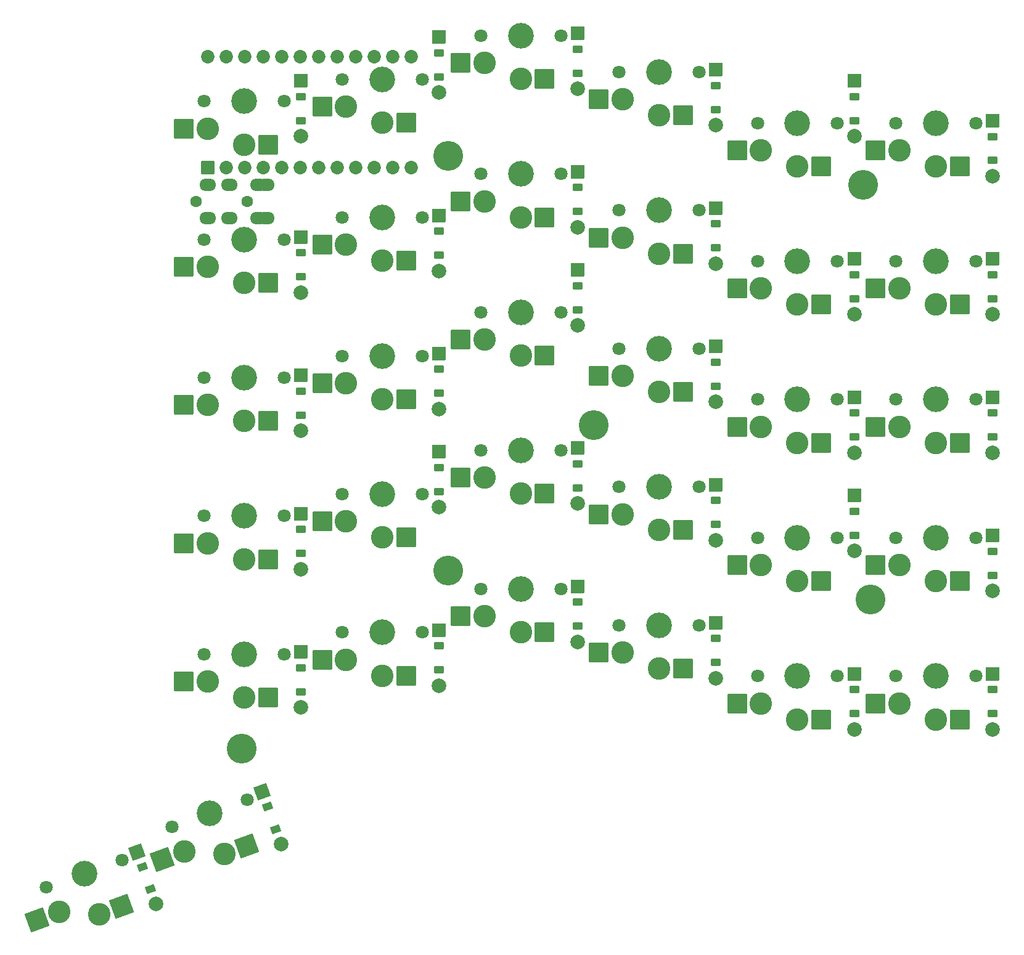
<source format=gbs>
%TF.GenerationSoftware,KiCad,Pcbnew,9.0.6*%
%TF.CreationDate,2025-11-12T17:31:49+01:00*%
%TF.ProjectId,right_finished,72696768-745f-4666-996e-69736865642e,1*%
%TF.SameCoordinates,Original*%
%TF.FileFunction,Soldermask,Bot*%
%TF.FilePolarity,Negative*%
%FSLAX46Y46*%
G04 Gerber Fmt 4.6, Leading zero omitted, Abs format (unit mm)*
G04 Created by KiCad (PCBNEW 9.0.6) date 2025-11-12 17:31:49*
%MOMM*%
%LPD*%
G01*
G04 APERTURE LIST*
G04 Aperture macros list*
%AMRoundRect*
0 Rectangle with rounded corners*
0 $1 Rounding radius*
0 $2 $3 $4 $5 $6 $7 $8 $9 X,Y pos of 4 corners*
0 Add a 4 corners polygon primitive as box body*
4,1,4,$2,$3,$4,$5,$6,$7,$8,$9,$2,$3,0*
0 Add four circle primitives for the rounded corners*
1,1,$1+$1,$2,$3*
1,1,$1+$1,$4,$5*
1,1,$1+$1,$6,$7*
1,1,$1+$1,$8,$9*
0 Add four rect primitives between the rounded corners*
20,1,$1+$1,$2,$3,$4,$5,0*
20,1,$1+$1,$4,$5,$6,$7,0*
20,1,$1+$1,$6,$7,$8,$9,0*
20,1,$1+$1,$8,$9,$2,$3,0*%
G04 Aperture macros list end*
%ADD10C,4.100000*%
%ADD11RoundRect,0.050000X-0.889000X0.889000X-0.889000X-0.889000X0.889000X-0.889000X0.889000X0.889000X0*%
%ADD12RoundRect,0.050000X-0.600000X0.450000X-0.600000X-0.450000X0.600000X-0.450000X0.600000X0.450000X0*%
%ADD13C,2.005000*%
%ADD14C,1.801800*%
%ADD15C,3.100000*%
%ADD16C,3.529000*%
%ADD17RoundRect,0.050000X1.300000X1.300000X-1.300000X1.300000X-1.300000X-1.300000X1.300000X-1.300000X0*%
%ADD18RoundRect,0.050000X-0.876300X-0.876300X0.876300X-0.876300X0.876300X0.876300X-0.876300X0.876300X0*%
%ADD19C,1.852600*%
%ADD20RoundRect,0.050000X0.776974X1.666227X-1.666227X0.776974X-0.776974X-1.666227X1.666227X-0.776974X0*%
%ADD21RoundRect,0.050000X-1.139443X0.531331X-0.531331X-1.139443X1.139443X-0.531331X0.531331X1.139443X0*%
%ADD22RoundRect,0.050000X-0.717725X0.217650X-0.409907X-0.628074X0.717725X-0.217650X0.409907X0.628074X0*%
%ADD23C,1.600000*%
%ADD24O,2.300000X1.700000*%
G04 APERTURE END LIST*
D10*
%TO.C,*%
X196225000Y-162050000D03*
%TD*%
D11*
%TO.C,D11*%
X233025000Y-131240000D03*
D12*
X233025000Y-133400000D03*
X233025000Y-136700000D03*
D13*
X233025000Y-138860000D03*
%TD*%
D11*
%TO.C,D29*%
X195025000Y-88740000D03*
D12*
X195025000Y-90900000D03*
X195025000Y-94200000D03*
D13*
X195025000Y-96360000D03*
%TD*%
D14*
%TO.C,S27*%
X173725000Y-154550000D03*
D15*
X168225000Y-160500000D03*
D16*
X168225000Y-154550000D03*
D15*
X163225000Y-158300000D03*
D14*
X162725000Y-154550000D03*
D17*
X171500000Y-160500000D03*
X159950000Y-158300000D03*
%TD*%
D11*
%TO.C,D25*%
X252025000Y-151740000D03*
D12*
X252025000Y-153900000D03*
X252025000Y-157200000D03*
D13*
X252025000Y-159360000D03*
%TD*%
D11*
%TO.C,D7*%
X252025000Y-138240000D03*
D12*
X252025000Y-140400000D03*
X252025000Y-143700000D03*
D13*
X252025000Y-145860000D03*
%TD*%
D14*
%TO.C,S10*%
X249725000Y-100550000D03*
D15*
X244225000Y-106500000D03*
D16*
X244225000Y-100550000D03*
D15*
X239225000Y-104300000D03*
D14*
X238725000Y-100550000D03*
D17*
X247500000Y-106500000D03*
X235950000Y-104300000D03*
%TD*%
D11*
%TO.C,D14*%
X214025000Y-164240000D03*
D12*
X214025000Y-166400000D03*
X214025000Y-169700000D03*
D13*
X214025000Y-171860000D03*
%TD*%
D11*
%TO.C,D6*%
X252025000Y-176240000D03*
D12*
X252025000Y-178400000D03*
X252025000Y-181700000D03*
D13*
X252025000Y-183860000D03*
%TD*%
D10*
%TO.C,*%
X167915050Y-186547545D03*
%TD*%
D14*
%TO.C,S21*%
X192725000Y-170550000D03*
D15*
X187225000Y-176500000D03*
D16*
X187225000Y-170550000D03*
D15*
X182225000Y-174300000D03*
D14*
X181725000Y-170550000D03*
D17*
X190500000Y-176500000D03*
X178950000Y-174300000D03*
%TD*%
D11*
%TO.C,D28*%
X195025000Y-145740000D03*
D12*
X195025000Y-147900000D03*
X195025000Y-151200000D03*
D13*
X195025000Y-153360000D03*
%TD*%
D14*
%TO.C,S28*%
X173725000Y-135550000D03*
D15*
X168225000Y-141500000D03*
D16*
X168225000Y-135550000D03*
D15*
X163225000Y-139300000D03*
D14*
X162725000Y-135550000D03*
D17*
X171500000Y-141500000D03*
X159950000Y-139300000D03*
%TD*%
D11*
%TO.C,D21*%
X176025000Y-173240000D03*
D12*
X176025000Y-175400000D03*
X176025000Y-178700000D03*
D13*
X176025000Y-180860000D03*
%TD*%
D18*
%TO.C,MCU1*%
X163255000Y-106670000D03*
D19*
X165795000Y-106670000D03*
X168335000Y-106670000D03*
X170875000Y-106670000D03*
X173415000Y-106670000D03*
X175955000Y-106670000D03*
X178495000Y-106670000D03*
X181035000Y-106670000D03*
X183575000Y-106670000D03*
X186115000Y-106670000D03*
X188655000Y-106670000D03*
X191195000Y-106670000D03*
X163255000Y-91430000D03*
X165795000Y-91430000D03*
X168335000Y-91430000D03*
X170875000Y-91430000D03*
X173415000Y-91430000D03*
X175955000Y-91430000D03*
X178495000Y-91430000D03*
X181035000Y-91430000D03*
X183575000Y-91430000D03*
X186115000Y-91430000D03*
X188655000Y-91430000D03*
X191195000Y-91430000D03*
%TD*%
D14*
%TO.C,S13*%
X230725000Y-131550000D03*
D15*
X225225000Y-137500000D03*
D16*
X225225000Y-131550000D03*
D15*
X220225000Y-135300000D03*
D14*
X219725000Y-131550000D03*
D17*
X228500000Y-137500000D03*
X216950000Y-135300000D03*
%TD*%
D14*
%TO.C,S5*%
X268725000Y-100550000D03*
D15*
X263225000Y-106500000D03*
D16*
X263225000Y-100550000D03*
D15*
X258225000Y-104300000D03*
D14*
X257725000Y-100550000D03*
D17*
X266500000Y-106500000D03*
X254950000Y-104300000D03*
%TD*%
D14*
%TO.C,S19*%
X211725000Y-107550000D03*
D15*
X206225000Y-113500000D03*
D16*
X206225000Y-107550000D03*
D15*
X201225000Y-111300000D03*
D14*
X200725000Y-107550000D03*
D17*
X209500000Y-113500000D03*
X197950000Y-111300000D03*
%TD*%
D14*
%TO.C,S17*%
X211725000Y-145550000D03*
D15*
X206225000Y-151500000D03*
D16*
X206225000Y-145550000D03*
D15*
X201225000Y-149300000D03*
D14*
X200725000Y-145550000D03*
D17*
X209500000Y-151500000D03*
X197950000Y-149300000D03*
%TD*%
D14*
%TO.C,S6*%
X249725000Y-176550000D03*
D15*
X244225000Y-182500000D03*
D16*
X244225000Y-176550000D03*
D15*
X239225000Y-180300000D03*
D14*
X238725000Y-176550000D03*
D17*
X247500000Y-182500000D03*
X235950000Y-180300000D03*
%TD*%
D11*
%TO.C,D1*%
X271025000Y-176240000D03*
D12*
X271025000Y-178400000D03*
X271025000Y-181700000D03*
D13*
X271025000Y-183860000D03*
%TD*%
D14*
%TO.C,S26*%
X173725000Y-173550000D03*
D15*
X168225000Y-179500000D03*
D16*
X168225000Y-173550000D03*
D15*
X163225000Y-177300000D03*
D14*
X162725000Y-173550000D03*
D17*
X171500000Y-179500000D03*
X159950000Y-177300000D03*
%TD*%
D11*
%TO.C,D17*%
X214025000Y-88240000D03*
D12*
X214025000Y-90400000D03*
X214025000Y-93700000D03*
D13*
X214025000Y-95860000D03*
%TD*%
D14*
%TO.C,S8*%
X249725000Y-138550000D03*
D15*
X244225000Y-144500000D03*
D16*
X244225000Y-138550000D03*
D15*
X239225000Y-142300000D03*
D14*
X238725000Y-138550000D03*
D17*
X247500000Y-144500000D03*
X235950000Y-142300000D03*
%TD*%
D10*
%TO.C,*%
X253225000Y-109050000D03*
%TD*%
D14*
%TO.C,S18*%
X211725000Y-126550000D03*
D15*
X206225000Y-132500000D03*
D16*
X206225000Y-126550000D03*
D15*
X201225000Y-130300000D03*
D14*
X200725000Y-126550000D03*
D17*
X209500000Y-132500000D03*
X197950000Y-130300000D03*
%TD*%
D14*
%TO.C,S22*%
X192725000Y-151550000D03*
D15*
X187225000Y-157500000D03*
D16*
X187225000Y-151550000D03*
D15*
X182225000Y-155300000D03*
D14*
X181725000Y-151550000D03*
D17*
X190500000Y-157500000D03*
X178950000Y-155300000D03*
%TD*%
D11*
%TO.C,D22*%
X176025000Y-154240000D03*
D12*
X176025000Y-156400000D03*
X176025000Y-159700000D03*
D13*
X176025000Y-161860000D03*
%TD*%
D14*
%TO.C,S1*%
X268725000Y-176550000D03*
D15*
X263225000Y-182500000D03*
D16*
X263225000Y-176550000D03*
D15*
X258225000Y-180300000D03*
D14*
X257725000Y-176550000D03*
D17*
X266500000Y-182500000D03*
X254950000Y-180300000D03*
%TD*%
D14*
%TO.C,S4*%
X268725000Y-119550000D03*
D15*
X263225000Y-125500000D03*
D16*
X263225000Y-119550000D03*
D15*
X258225000Y-123300000D03*
D14*
X257725000Y-119550000D03*
D17*
X266500000Y-125500000D03*
X254950000Y-123300000D03*
%TD*%
D14*
%TO.C,S31*%
X168643309Y-193518889D03*
D15*
X165510020Y-200991171D03*
D16*
X163475000Y-195400000D03*
D15*
X160059112Y-200633948D03*
D14*
X158306691Y-197281111D03*
D20*
X168587513Y-199871055D03*
X156981619Y-201754064D03*
%TD*%
D14*
%TO.C,S14*%
X230725000Y-112550000D03*
D15*
X225225000Y-118500000D03*
D16*
X225225000Y-112550000D03*
D15*
X220225000Y-116300000D03*
D14*
X219725000Y-112550000D03*
D17*
X228500000Y-118500000D03*
X216950000Y-116300000D03*
%TD*%
D11*
%TO.C,D23*%
X176025000Y-135240000D03*
D12*
X176025000Y-137400000D03*
X176025000Y-140700000D03*
D13*
X176025000Y-142860000D03*
%TD*%
D11*
%TO.C,D16*%
X214025000Y-107240000D03*
D12*
X214025000Y-109400000D03*
X214025000Y-112700000D03*
D13*
X214025000Y-114860000D03*
%TD*%
D21*
%TO.C,D31*%
X170698576Y-192440938D03*
D22*
X171437340Y-194470674D03*
X172566006Y-197571660D03*
D13*
X173304770Y-199601396D03*
%TD*%
D11*
%TO.C,D18*%
X195025000Y-170240000D03*
D12*
X195025000Y-172400000D03*
X195025000Y-175700000D03*
D13*
X195025000Y-177860000D03*
%TD*%
D11*
%TO.C,D3*%
X271025000Y-138240000D03*
D12*
X271025000Y-140400000D03*
X271025000Y-143700000D03*
D13*
X271025000Y-145860000D03*
%TD*%
D14*
%TO.C,S7*%
X249725000Y-157550000D03*
D15*
X244225000Y-163500000D03*
D16*
X244225000Y-157550000D03*
D15*
X239225000Y-161300000D03*
D14*
X238725000Y-157550000D03*
D17*
X247500000Y-163500000D03*
X235950000Y-161300000D03*
%TD*%
D14*
%TO.C,S15*%
X230725000Y-93550000D03*
D15*
X225225000Y-99500000D03*
D16*
X225225000Y-93550000D03*
D15*
X220225000Y-97300000D03*
D14*
X219725000Y-93550000D03*
D17*
X228500000Y-99500000D03*
X216950000Y-97300000D03*
%TD*%
D14*
%TO.C,S20*%
X211725000Y-88550000D03*
D15*
X206225000Y-94500000D03*
D16*
X206225000Y-88550000D03*
D15*
X201225000Y-92300000D03*
D14*
X200725000Y-88550000D03*
D17*
X209500000Y-94500000D03*
X197950000Y-92300000D03*
%TD*%
D14*
%TO.C,S3*%
X268725000Y-138550000D03*
D15*
X263225000Y-144500000D03*
D16*
X263225000Y-138550000D03*
D15*
X258225000Y-142300000D03*
D14*
X257725000Y-138550000D03*
D17*
X266500000Y-144500000D03*
X254950000Y-142300000D03*
%TD*%
D11*
%TO.C,D20*%
X195025000Y-113240000D03*
D12*
X195025000Y-115400000D03*
X195025000Y-118700000D03*
D13*
X195025000Y-120860000D03*
%TD*%
D11*
%TO.C,D19*%
X195025000Y-132240000D03*
D12*
X195025000Y-134400000D03*
X195025000Y-137700000D03*
D13*
X195025000Y-139860000D03*
%TD*%
D11*
%TO.C,D12*%
X233025000Y-112240000D03*
D12*
X233025000Y-114400000D03*
X233025000Y-117700000D03*
D13*
X233025000Y-119860000D03*
%TD*%
D14*
%TO.C,S2*%
X268725000Y-157550000D03*
D15*
X263225000Y-163500000D03*
D16*
X263225000Y-157550000D03*
D15*
X258225000Y-161300000D03*
D14*
X257725000Y-157550000D03*
D17*
X266500000Y-163500000D03*
X254950000Y-161300000D03*
%TD*%
D11*
%TO.C,D9*%
X233025000Y-169240000D03*
D12*
X233025000Y-171400000D03*
X233025000Y-174700000D03*
D13*
X233025000Y-176860000D03*
%TD*%
D11*
%TO.C,D27*%
X214025000Y-120740000D03*
D12*
X214025000Y-122900000D03*
X214025000Y-126200000D03*
D13*
X214025000Y-128360000D03*
%TD*%
D11*
%TO.C,D10*%
X233025000Y-150240000D03*
D12*
X233025000Y-152400000D03*
X233025000Y-155700000D03*
D13*
X233025000Y-157860000D03*
%TD*%
D14*
%TO.C,S30*%
X173725000Y-97550000D03*
D15*
X168225000Y-103500000D03*
D16*
X168225000Y-97550000D03*
D15*
X163225000Y-101300000D03*
D14*
X162725000Y-97550000D03*
D17*
X171500000Y-103500000D03*
X159950000Y-101300000D03*
%TD*%
D10*
%TO.C,*%
X196225000Y-105050000D03*
%TD*%
D14*
%TO.C,S29*%
X173725000Y-116550000D03*
D15*
X168225000Y-122500000D03*
D16*
X168225000Y-116550000D03*
D15*
X163225000Y-120300000D03*
D14*
X162725000Y-116550000D03*
D17*
X171500000Y-122500000D03*
X159950000Y-120300000D03*
%TD*%
D23*
%TO.C,TRRS1*%
X161625000Y-111350000D03*
X168625000Y-111350000D03*
D24*
X171325000Y-113650000D03*
X171325000Y-109050000D03*
X170225000Y-113650000D03*
X170225000Y-109050000D03*
X166225000Y-113650000D03*
X166225000Y-109050000D03*
X163225000Y-113650000D03*
X163225000Y-109050000D03*
%TD*%
D11*
%TO.C,D13*%
X233025000Y-93240000D03*
D12*
X233025000Y-95400000D03*
X233025000Y-98700000D03*
D13*
X233025000Y-100860000D03*
%TD*%
D10*
%TO.C,*%
X254225000Y-166050000D03*
%TD*%
D14*
%TO.C,S16*%
X211725000Y-164550000D03*
D15*
X206225000Y-170500000D03*
D16*
X206225000Y-164550000D03*
D15*
X201225000Y-168300000D03*
D14*
X200725000Y-164550000D03*
D17*
X209500000Y-170500000D03*
X197950000Y-168300000D03*
%TD*%
D14*
%TO.C,S24*%
X192725000Y-113550000D03*
D15*
X187225000Y-119500000D03*
D16*
X187225000Y-113550000D03*
D15*
X182225000Y-117300000D03*
D14*
X181725000Y-113550000D03*
D17*
X190500000Y-119500000D03*
X178950000Y-117300000D03*
%TD*%
D11*
%TO.C,D4*%
X271025000Y-119240000D03*
D12*
X271025000Y-121400000D03*
X271025000Y-124700000D03*
D13*
X271025000Y-126860000D03*
%TD*%
D11*
%TO.C,D2*%
X271025000Y-157240000D03*
D12*
X271025000Y-159400000D03*
X271025000Y-162700000D03*
D13*
X271025000Y-164860000D03*
%TD*%
D14*
%TO.C,S25*%
X192725000Y-94550000D03*
D15*
X187225000Y-100500000D03*
D16*
X187225000Y-94550000D03*
D15*
X182225000Y-98300000D03*
D14*
X181725000Y-94550000D03*
D17*
X190500000Y-100500000D03*
X178950000Y-98300000D03*
%TD*%
D14*
%TO.C,S23*%
X192725000Y-132550000D03*
D15*
X187225000Y-138500000D03*
D16*
X187225000Y-132550000D03*
D15*
X182225000Y-136300000D03*
D14*
X181725000Y-132550000D03*
D17*
X190500000Y-138500000D03*
X178950000Y-136300000D03*
%TD*%
D14*
%TO.C,S9*%
X249725000Y-119550000D03*
D15*
X244225000Y-125500000D03*
D16*
X244225000Y-119550000D03*
D15*
X239225000Y-123300000D03*
D14*
X238725000Y-119550000D03*
D17*
X247500000Y-125500000D03*
X235950000Y-123300000D03*
%TD*%
D14*
%TO.C,S12*%
X230725000Y-150550000D03*
D15*
X225225000Y-156500000D03*
D16*
X225225000Y-150550000D03*
D15*
X220225000Y-154300000D03*
D14*
X219725000Y-150550000D03*
D17*
X228500000Y-156500000D03*
X216950000Y-154300000D03*
%TD*%
D11*
%TO.C,D8*%
X252025000Y-119240000D03*
D12*
X252025000Y-121400000D03*
X252025000Y-124700000D03*
D13*
X252025000Y-126860000D03*
%TD*%
D11*
%TO.C,D5*%
X271025000Y-100240000D03*
D12*
X271025000Y-102400000D03*
X271025000Y-105700000D03*
D13*
X271025000Y-107860000D03*
%TD*%
D14*
%TO.C,S32*%
X151438988Y-201802688D03*
D15*
X148305699Y-209274970D03*
D16*
X146270679Y-203683799D03*
D15*
X142854791Y-208917747D03*
D14*
X141102370Y-205564910D03*
D20*
X151383192Y-208154854D03*
X139777298Y-210037863D03*
%TD*%
D10*
%TO.C,*%
X216225000Y-142050000D03*
%TD*%
D11*
%TO.C,D26*%
X252025000Y-94740000D03*
D12*
X252025000Y-96900000D03*
X252025000Y-100200000D03*
D13*
X252025000Y-102360000D03*
%TD*%
D11*
%TO.C,D24*%
X176025000Y-116240000D03*
D12*
X176025000Y-118400000D03*
X176025000Y-121700000D03*
D13*
X176025000Y-123860000D03*
%TD*%
D14*
%TO.C,S11*%
X230725000Y-169550000D03*
D15*
X225225000Y-175500000D03*
D16*
X225225000Y-169550000D03*
D15*
X220225000Y-173300000D03*
D14*
X219725000Y-169550000D03*
D17*
X228500000Y-175500000D03*
X216950000Y-173300000D03*
%TD*%
D21*
%TO.C,D32*%
X153494254Y-200724737D03*
D22*
X154233018Y-202754473D03*
X155361684Y-205855459D03*
D13*
X156100448Y-207885195D03*
%TD*%
D11*
%TO.C,D15*%
X214025000Y-145240000D03*
D12*
X214025000Y-147400000D03*
X214025000Y-150700000D03*
D13*
X214025000Y-152860000D03*
%TD*%
D11*
%TO.C,D30*%
X176025000Y-94740000D03*
D12*
X176025000Y-96900000D03*
X176025000Y-100200000D03*
D13*
X176025000Y-102360000D03*
%TD*%
M02*

</source>
